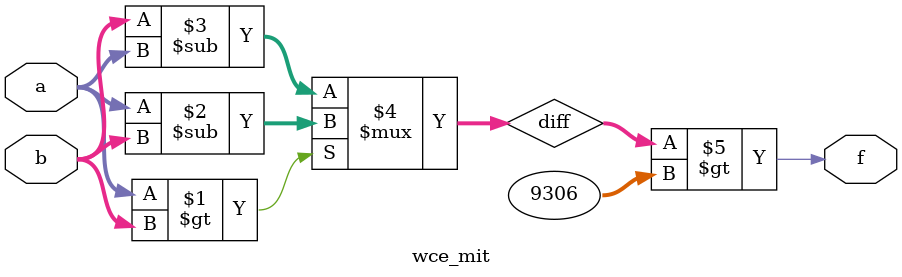
<source format=v>
module wce_mit(a, b, f);
parameter _bit = 16;
parameter wce = 9306;
input [_bit - 1: 0] a;
input [_bit - 1: 0] b;
output f;
wire [_bit - 1: 0] diff;
assign diff = (a > b)? (a - b): (b - a);
assign f = (diff > wce);
endmodule

</source>
